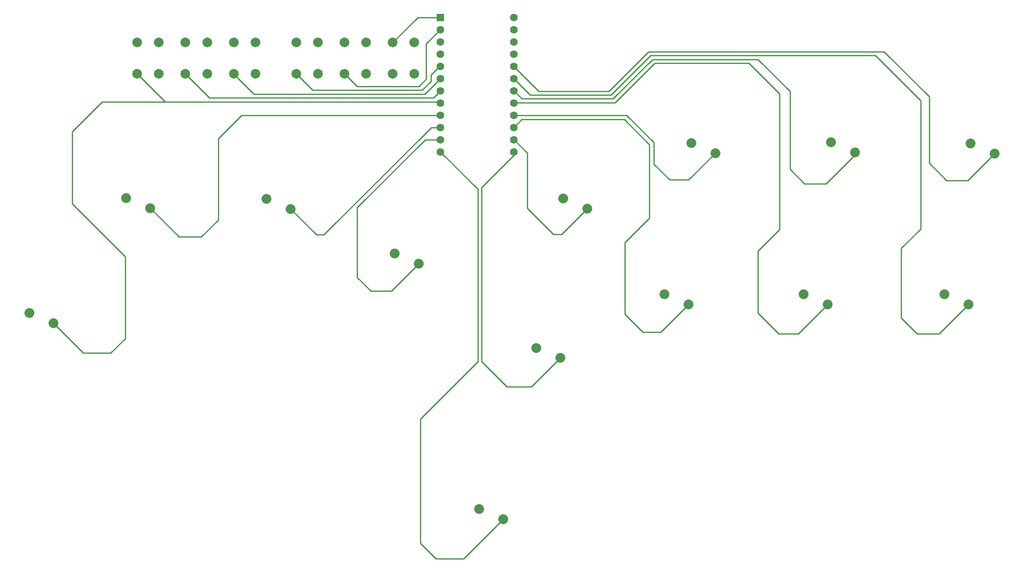
<source format=gtl>
%TF.GenerationSoftware,KiCad,Pcbnew,(6.0.7)*%
%TF.CreationDate,2022-08-15T09:31:34+10:00*%
%TF.ProjectId,Flatbox-rev1_1,466c6174-626f-4782-9d72-6576315f312e,rev?*%
%TF.SameCoordinates,Original*%
%TF.FileFunction,Copper,L1,Top*%
%TF.FilePolarity,Positive*%
%FSLAX46Y46*%
G04 Gerber Fmt 4.6, Leading zero omitted, Abs format (unit mm)*
G04 Created by KiCad (PCBNEW (6.0.7)) date 2022-08-15 09:31:34*
%MOMM*%
%LPD*%
G01*
G04 APERTURE LIST*
%TA.AperFunction,ComponentPad*%
%ADD10C,2.032000*%
%TD*%
%TA.AperFunction,ComponentPad*%
%ADD11R,1.600000X1.600000*%
%TD*%
%TA.AperFunction,ComponentPad*%
%ADD12C,1.600000*%
%TD*%
%TA.AperFunction,ComponentPad*%
%ADD13C,2.000000*%
%TD*%
%TA.AperFunction,Conductor*%
%ADD14C,0.254000*%
%TD*%
G04 APERTURE END LIST*
D10*
X33100000Y-92700000D03*
X38100000Y-94800000D03*
D11*
X118380000Y-31280000D03*
D12*
X118380000Y-33820000D03*
X118380000Y-36360000D03*
X118380000Y-38900000D03*
X118380000Y-41440000D03*
X118380000Y-43980000D03*
X118380000Y-46520000D03*
X118380000Y-49060000D03*
X118380000Y-51600000D03*
X118380000Y-54140000D03*
X118380000Y-56680000D03*
X118380000Y-59220000D03*
X133620000Y-59220000D03*
X133620000Y-56680000D03*
X133620000Y-54140000D03*
X133620000Y-51600000D03*
X133620000Y-49060000D03*
X133620000Y-46520000D03*
X133620000Y-43980000D03*
X133620000Y-41440000D03*
X133620000Y-38900000D03*
X133620000Y-36360000D03*
X133620000Y-33820000D03*
X133620000Y-31280000D03*
D13*
X113000000Y-43000000D03*
X108500000Y-43000000D03*
X113000000Y-36500000D03*
X108500000Y-36500000D03*
X103000000Y-43000000D03*
X98500000Y-43000000D03*
X103000000Y-36500000D03*
X98500000Y-36500000D03*
X93000000Y-43000000D03*
X88500000Y-43000000D03*
X93000000Y-36500000D03*
X88500000Y-36500000D03*
X80000000Y-43000000D03*
X75500000Y-43000000D03*
X80000000Y-36500000D03*
X75500000Y-36500000D03*
X70000000Y-43000000D03*
X65500000Y-43000000D03*
X70000000Y-36500000D03*
X65500000Y-36500000D03*
X60000000Y-43000000D03*
X55500000Y-43000000D03*
X60000000Y-36500000D03*
X55500000Y-36500000D03*
D10*
X227920000Y-90940000D03*
X222920000Y-88840000D03*
X193710000Y-88840000D03*
X198710000Y-90940000D03*
X169860000Y-90940000D03*
X164860000Y-88840000D03*
X143250000Y-102050000D03*
X138250000Y-99950000D03*
X228360000Y-57500000D03*
X233360000Y-59600000D03*
X204390000Y-59360000D03*
X199390000Y-57260000D03*
X175420000Y-59480000D03*
X170420000Y-57380000D03*
X148860000Y-71010000D03*
X143860000Y-68910000D03*
X131420000Y-135520000D03*
X126420000Y-133420000D03*
X113920000Y-82420000D03*
X108920000Y-80320000D03*
X87320000Y-71070000D03*
X82320000Y-68970000D03*
X58225000Y-70950000D03*
X53225000Y-68850000D03*
D14*
X48200000Y-48800000D02*
X61300000Y-48800000D01*
X42000000Y-55000000D02*
X48200000Y-48800000D01*
X42000000Y-70000000D02*
X42000000Y-55000000D01*
X53000000Y-81000000D02*
X42000000Y-70000000D01*
X53000000Y-98000000D02*
X53000000Y-81000000D01*
X50000000Y-101000000D02*
X53000000Y-98000000D01*
X44300000Y-101000000D02*
X50000000Y-101000000D01*
X38100000Y-94800000D02*
X44300000Y-101000000D01*
X198350000Y-65850000D02*
X204390000Y-59810000D01*
X162400000Y-40000000D02*
X184250000Y-40000000D01*
X154200000Y-48200000D02*
X162400000Y-40000000D01*
X190900000Y-62850000D02*
X193900000Y-65850000D01*
X190900000Y-46650000D02*
X190900000Y-62850000D01*
X133620000Y-46520000D02*
X135300000Y-48200000D01*
X204390000Y-59810000D02*
X204390000Y-59360000D01*
X162650000Y-61750000D02*
X165950000Y-65050000D01*
X133620000Y-51600000D02*
X157000000Y-51600000D01*
X165950000Y-65050000D02*
X169850000Y-65050000D01*
X169850000Y-65050000D02*
X175420000Y-59480000D01*
X135300000Y-48200000D02*
X154200000Y-48200000D01*
X157000000Y-51600000D02*
X162650000Y-57250000D01*
X162650000Y-57250000D02*
X162650000Y-61750000D01*
X184250000Y-40000000D02*
X190900000Y-46650000D01*
X156650000Y-78050000D02*
X156650000Y-92950000D01*
X161750000Y-57725000D02*
X161750000Y-72950000D01*
X133620000Y-59220000D02*
X133620000Y-59930000D01*
X192600000Y-97050000D02*
X198710000Y-90940000D01*
X135260000Y-52500000D02*
X156525000Y-52500000D01*
X137250000Y-108050000D02*
X143250000Y-102050000D01*
X143520000Y-76350000D02*
X148860000Y-71010000D01*
X126950000Y-66600000D02*
X126950000Y-102800000D01*
X188700000Y-75350000D02*
X184250000Y-79800000D01*
X182350000Y-40800000D02*
X188700000Y-47150000D01*
X156650000Y-92950000D02*
X160400000Y-96700000D01*
X132200000Y-108050000D02*
X137250000Y-108050000D01*
X133620000Y-54140000D02*
X135260000Y-52500000D01*
X126950000Y-102800000D02*
X132200000Y-108050000D01*
X160400000Y-96700000D02*
X164100000Y-96700000D01*
X133620000Y-59930000D02*
X126950000Y-66600000D01*
X188600000Y-97050000D02*
X192600000Y-97050000D01*
X156525000Y-52500000D02*
X161750000Y-57725000D01*
X161750000Y-72950000D02*
X156650000Y-78050000D01*
X141850000Y-76350000D02*
X143520000Y-76350000D01*
X136400000Y-59460000D02*
X136400000Y-70900000D01*
X184250000Y-92700000D02*
X188600000Y-97050000D01*
X133620000Y-56680000D02*
X136400000Y-59460000D01*
X184250000Y-79800000D02*
X184250000Y-92700000D01*
X136400000Y-70900000D02*
X141850000Y-76350000D01*
X164100000Y-96700000D02*
X169860000Y-90940000D01*
X118210000Y-41440000D02*
X116400000Y-43250000D01*
X113720000Y-31280000D02*
X108500000Y-36500000D01*
X116900000Y-48000000D02*
X70500000Y-48000000D01*
X214000000Y-93750000D02*
X217250000Y-97000000D01*
X218000000Y-75250000D02*
X214000000Y-79250000D01*
X188700000Y-47150000D02*
X188700000Y-75350000D01*
X154600000Y-49000000D02*
X162800000Y-40800000D01*
X153800000Y-47400000D02*
X162000000Y-39200000D01*
X133620000Y-43980000D02*
X137040000Y-47400000D01*
X118380000Y-46520000D02*
X116900000Y-48000000D01*
X133620000Y-49060000D02*
X133680000Y-49000000D01*
X79700000Y-47200000D02*
X76499999Y-43999999D01*
X118380000Y-44020000D02*
X115200000Y-47200000D01*
X101100000Y-45600000D02*
X98500000Y-43000000D01*
X115450000Y-44100000D02*
X113950000Y-45600000D01*
X118120000Y-48800000D02*
X61300000Y-48800000D01*
X133680000Y-49000000D02*
X154600000Y-49000000D01*
X76499999Y-43999999D02*
X75500000Y-43000000D01*
X214000000Y-79250000D02*
X214000000Y-93750000D01*
X91900000Y-46400000D02*
X88500000Y-43000000D01*
X113950000Y-45600000D02*
X101100000Y-45600000D01*
X115200000Y-47200000D02*
X79700000Y-47200000D01*
X218000000Y-48600000D02*
X218000000Y-75250000D01*
X70500000Y-48000000D02*
X66499999Y-43999999D01*
X137040000Y-47400000D02*
X153800000Y-47400000D01*
X61300000Y-48800000D02*
X55500000Y-43000000D01*
X118380000Y-49060000D02*
X118120000Y-48800000D01*
X162000000Y-39200000D02*
X208600000Y-39200000D01*
X116400000Y-44600000D02*
X114600000Y-46400000D01*
X115450000Y-36750000D02*
X115450000Y-44100000D01*
X116400000Y-43250000D02*
X116400000Y-44600000D01*
X118380000Y-33820000D02*
X115450000Y-36750000D01*
X118380000Y-31280000D02*
X113720000Y-31280000D01*
X208600000Y-39200000D02*
X218000000Y-48600000D01*
X118380000Y-43980000D02*
X118380000Y-44020000D01*
X221860000Y-97000000D02*
X227920000Y-90940000D01*
X118380000Y-41440000D02*
X118210000Y-41440000D01*
X162800000Y-40800000D02*
X182350000Y-40800000D01*
X217250000Y-97000000D02*
X221860000Y-97000000D01*
X66499999Y-43999999D02*
X65500000Y-43000000D01*
X114600000Y-46400000D02*
X91900000Y-46400000D01*
X64175000Y-76900000D02*
X58225000Y-70950000D01*
X68750000Y-76900000D02*
X64175000Y-76900000D01*
X72300000Y-73350000D02*
X68750000Y-76900000D01*
X101150000Y-70800000D02*
X101150000Y-85300000D01*
X118380000Y-56680000D02*
X115270000Y-56680000D01*
X161575000Y-38400000D02*
X210450000Y-38400000D01*
X116510000Y-54140000D02*
X94200000Y-76450000D01*
X101150000Y-85300000D02*
X104000000Y-88150000D01*
X138780000Y-46600000D02*
X153375000Y-46600000D01*
X104000000Y-88150000D02*
X108190000Y-88150000D01*
X114200000Y-114750000D02*
X114200000Y-140500000D01*
X126145990Y-66985990D02*
X126145990Y-102804010D01*
X227810000Y-65150000D02*
X233360000Y-59600000D01*
X118380000Y-51600000D02*
X77150000Y-51600000D01*
X94200000Y-76450000D02*
X92700000Y-76450000D01*
X108190000Y-88150000D02*
X113920000Y-82420000D01*
X115270000Y-56680000D02*
X101150000Y-70800000D01*
X114200000Y-140500000D02*
X117450000Y-143750000D01*
X118380000Y-59220000D02*
X126145990Y-66985990D01*
X118380000Y-54140000D02*
X116510000Y-54140000D01*
X210450000Y-38400000D02*
X219800000Y-47750000D01*
X153375000Y-46600000D02*
X161575000Y-38400000D01*
X133620000Y-41440000D02*
X138780000Y-46600000D01*
X219800000Y-61550000D02*
X223400000Y-65150000D01*
X193900000Y-65850000D02*
X198350000Y-65850000D01*
X77150000Y-51600000D02*
X72300000Y-56450000D01*
X126145990Y-102804010D02*
X114200000Y-114750000D01*
X123190000Y-143750000D02*
X131420000Y-135520000D01*
X223400000Y-65150000D02*
X227810000Y-65150000D01*
X117450000Y-143750000D02*
X123190000Y-143750000D01*
X72300000Y-56450000D02*
X72300000Y-73350000D01*
X219800000Y-47750000D02*
X219800000Y-61550000D01*
X92700000Y-76450000D02*
X87320000Y-71070000D01*
M02*

</source>
